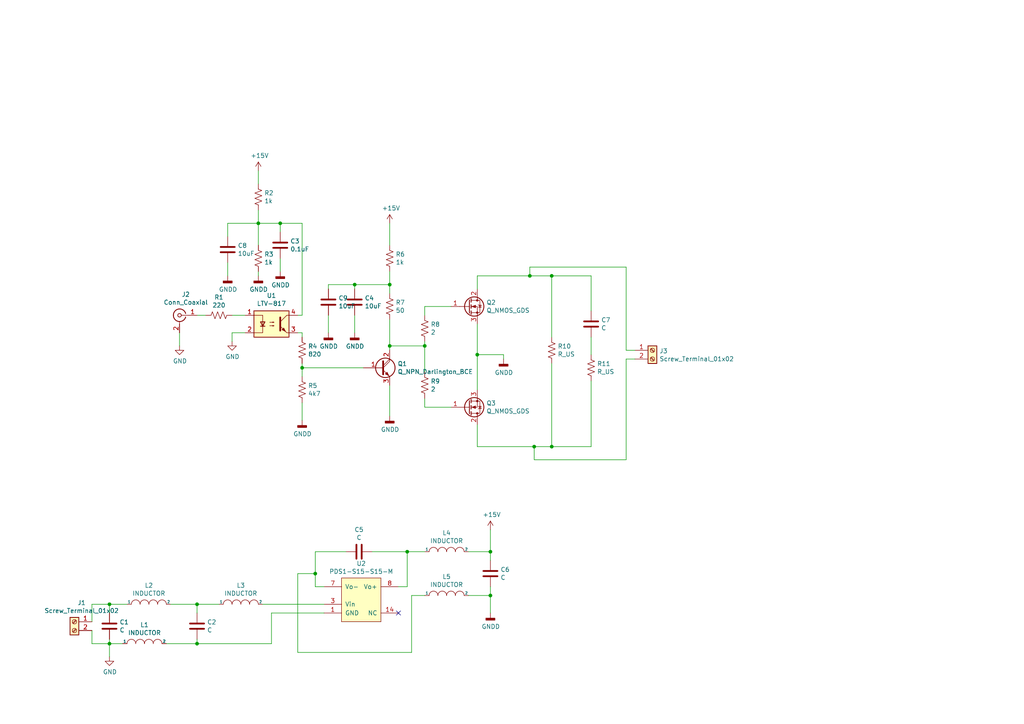
<source format=kicad_sch>
(kicad_sch (version 20231120) (generator "eeschema") (generator_version "8.0")
  (paper "A4")
  (lib_symbols
    (symbol "Coil_speedifier-rescue:+15V-power" (power) (pin_names (offset 0))
      (property "Value" "power_+15V" (at 0 3.556 0))
      (symbol "+15V-power_0_1"
        (polyline (pts (xy -0.762 1.27) (xy 0 2.54)))
        (polyline (pts (xy 0 0) (xy 0 2.54)))
        (polyline (pts (xy 0 2.54) (xy 0.762 1.27)))
      )
      (symbol "+15V-power_1_1"
        (pin power_in line (at 0 0 90) (length 0) hide (name "+15V") (number "1"))
      )
    )
    (symbol "Coil_speedifier-rescue:GND-power" (power) (pin_names (offset 0))
      (property "Value" "power_GND" (at 0 -3.81 0))
      (symbol "GND-power_0_1"
        (polyline (pts (xy 0 0) (xy 0 -1.27) (xy 1.27 -1.27) (xy 0 -2.54) (xy -1.27 -1.27) (xy 0 -1.27)))
      )
      (symbol "GND-power_1_1"
        (pin power_in line (at 0 0 270) (length 0) hide (name "GND") (number "1"))
      )
    )
    (symbol "Coil_speedifier-rescue:GNDD-power" (power) (pin_names (offset 0))
      (property "Value" "power_GNDD" (at 0 -3.175 0))
      (symbol "GNDD-power_0_1"
        (rectangle (start -1.27 -1.524) (end 1.27 -2.032) (stroke (width 0.254)) (fill (type outline)))
        (polyline (pts (xy 0 0) (xy 0 -1.524)))
      )
      (symbol "GNDD-power_1_1"
        (pin power_in line (at 0 0 270) (length 0) hide (name "GNDD") (number "1"))
      )
    )
    (symbol "Coil_speedifier-rescue:INDUCTOR-pspice" (pin_numbers hide) (pin_names (offset 0))
      (property "Reference" "L" (at 0 2.54 0))
      (property "Value" "pspice_INDUCTOR" (at 0 -1.27 0))
      (symbol "INDUCTOR-pspice_0_1"
        (arc (start -2.54 0) (mid -3.81 1.27) (end -5.08 0))
        (arc (start 0 0) (mid -1.27 1.27) (end -2.54 0))
        (arc (start 2.54 0) (mid 1.27 1.27) (end 0 0))
        (arc (start 5.08 0) (mid 3.81 1.27) (end 2.54 0))
      )
      (symbol "INDUCTOR-pspice_1_1"
        (pin input line (at -6.35 0 0) (length 1.27) (name "1") (number "1"))
        (pin input line (at 6.35 0 180) (length 1.27) (name "2") (number "2"))
      )
    )
    (symbol "Connector:Conn_Coaxial" (pin_names (offset 1.016) hide)
      (property "Reference" "J" (at 0.254 3.048 0))
      (property "Value" "Conn_Coaxial" (at 2.921 0 90))
      (symbol "Conn_Coaxial_0_1"
        (arc (start -1.778 -0.508) (mid 0.2311 -1.8066) (end 1.778 0) (stroke (width 0.254)))
        (polyline (pts (xy -2.54 0) (xy -0.508 0)))
        (polyline (pts (xy 0 -2.54) (xy 0 -1.778)))
        (circle (center 0 0) (radius 0.508) (stroke (width 0.2032)))
        (arc (start 1.778 0) (mid 0.2099 1.8101) (end -1.778 0.508) (stroke (width 0.254)))
      )
      (symbol "Conn_Coaxial_1_1"
        (pin passive line (at -5.08 0 0) (length 2.54) (name "In") (number "1"))
        (pin passive line (at 0 -5.08 90) (length 2.54) (name "Ext") (number "2"))
      )
    )
    (symbol "Connector:Screw_Terminal_01x02" (pin_names (offset 1.016) hide)
      (property "Reference" "J" (at 0 2.54 0))
      (property "Value" "Screw_Terminal_01x02" (at 0 -5.08 0))
      (symbol "Screw_Terminal_01x02_1_1"
        (rectangle (start -1.27 1.27) (end 1.27 -3.81) (stroke (width 0.254)) (fill (type background)))
        (circle (center 0 -2.54) (radius 0.635) (stroke (width 0.1524)))
        (polyline (pts (xy -0.5334 -2.2098) (xy 0.3302 -3.048)) (stroke (width 0.1524)))
        (polyline (pts (xy -0.5334 0.3302) (xy 0.3302 -0.508)) (stroke (width 0.1524)))
        (polyline (pts (xy -0.3556 -2.032) (xy 0.508 -2.8702)) (stroke (width 0.1524)))
        (polyline (pts (xy -0.3556 0.508) (xy 0.508 -0.3302)) (stroke (width 0.1524)))
        (circle (center 0 0) (radius 0.635) (stroke (width 0.1524)))
        (pin passive line (at -5.08 0 0) (length 3.81) (name "Pin_1") (number "1"))
        (pin passive line (at -5.08 -2.54 0) (length 3.81) (name "Pin_2") (number "2"))
      )
    )
    (symbol "Device:C" (pin_numbers hide) (pin_names (offset 0.254))
      (property "Reference" "C" (at 0.635 2.54 0))
      (property "Value" "C" (at 0.635 -2.54 0))
      (symbol "C_0_1"
        (polyline (pts (xy -2.032 -0.762) (xy 2.032 -0.762)) (stroke (width 0.508)))
        (polyline (pts (xy -2.032 0.762) (xy 2.032 0.762)) (stroke (width 0.508)))
      )
      (symbol "C_1_1"
        (pin passive line (at 0 3.81 270) (length 2.794) (name "~") (number "1"))
        (pin passive line (at 0 -3.81 90) (length 2.794) (name "~") (number "2"))
      )
    )
    (symbol "Device:Q_NMOS_GDS" (pin_names (offset 0) hide)
      (property "Reference" "Q" (at 5.08 1.27 0))
      (property "Value" "Q_NMOS_GDS" (at 5.08 -1.27 0))
      (symbol "Q_NMOS_GDS_0_1"
        (polyline (pts (xy 0.254 0) (xy -2.54 0)))
        (polyline (pts (xy 0.254 1.905) (xy 0.254 -1.905)) (stroke (width 0.254)))
        (polyline (pts (xy 0.762 -1.27) (xy 0.762 -2.286)) (stroke (width 0.254)))
        (polyline (pts (xy 0.762 0.508) (xy 0.762 -0.508)) (stroke (width 0.254)))
        (polyline (pts (xy 0.762 2.286) (xy 0.762 1.27)) (stroke (width 0.254)))
        (polyline (pts (xy 2.54 2.54) (xy 2.54 1.778)))
        (polyline (pts (xy 2.54 -2.54) (xy 2.54 0) (xy 0.762 0)))
        (polyline (pts (xy 0.762 -1.778) (xy 3.302 -1.778) (xy 3.302 1.778) (xy 0.762 1.778)))
        (polyline (pts (xy 1.016 0) (xy 2.032 0.381) (xy 2.032 -0.381) (xy 1.016 0)) (fill (type outline)))
        (polyline (pts (xy 2.794 0.508) (xy 2.921 0.381) (xy 3.683 0.381) (xy 3.81 0.254)))
        (polyline (pts (xy 3.302 0.381) (xy 2.921 -0.254) (xy 3.683 -0.254) (xy 3.302 0.381)))
        (circle (center 1.651 0) (radius 2.794) (stroke (width 0.254)))
        (circle (center 2.54 -1.778) (radius 0.254) (fill (type outline)))
        (circle (center 2.54 1.778) (radius 0.254) (fill (type outline)))
      )
      (symbol "Q_NMOS_GDS_1_1"
        (pin input line (at -5.08 0 0) (length 2.54) (name "G") (number "1"))
        (pin passive line (at 2.54 5.08 270) (length 2.54) (name "D") (number "2"))
        (pin passive line (at 2.54 -5.08 90) (length 2.54) (name "S") (number "3"))
      )
    )
    (symbol "Device:Q_NPN_Darlington_BCE" (pin_names (offset 0) hide)
      (property "Reference" "Q" (at 4.572 1.27 0))
      (property "Value" "Q_NPN_Darlington_BCE" (at 4.572 -1.27 0))
      (symbol "Q_NPN_Darlington_BCE_0_1"
        (polyline (pts (xy 0.635 0.635) (xy 2.54 2.54)))
        (polyline (pts (xy 0.635 -0.635) (xy 2.54 -2.54) (xy 2.54 -2.54)))
        (polyline (pts (xy 0.635 0) (xy 2.54 1.905) (xy 2.54 2.54)))
        (polyline (pts (xy 0.635 1.905) (xy 0.635 -1.905) (xy 0.635 -1.905)) (stroke (width 0.508)))
        (polyline (pts (xy 1.27 -1.778) (xy 1.778 -1.27) (xy 2.286 -2.286) (xy 1.27 -1.778) (xy 1.27 -1.778)) (fill (type outline)))
        (circle (center 1.27 0) (radius 2.8194) (stroke (width 0.254)))
      )
      (symbol "Q_NPN_Darlington_BCE_1_1"
        (pin input line (at -5.08 0 0) (length 5.715) (name "B") (number "1"))
        (pin passive line (at 2.54 5.08 270) (length 2.54) (name "C") (number "2"))
        (pin passive line (at 2.54 -5.08 90) (length 2.54) (name "E") (number "3"))
      )
    )
    (symbol "Device:R_US" (pin_numbers hide) (pin_names (offset 0))
      (property "Reference" "R" (at 2.54 0 90))
      (property "Value" "R_US" (at -2.54 0 90))
      (symbol "R_US_0_1"
        (polyline (pts (xy 0 -2.286) (xy 0 -2.54)))
        (polyline (pts (xy 0 2.286) (xy 0 2.54)))
        (polyline (pts (xy 0 -0.762) (xy 1.016 -1.143) (xy 0 -1.524) (xy -1.016 -1.905) (xy 0 -2.286)))
        (polyline (pts (xy 0 0.762) (xy 1.016 0.381) (xy 0 0) (xy -1.016 -0.381) (xy 0 -0.762)))
        (polyline (pts (xy 0 2.286) (xy 1.016 1.905) (xy 0 1.524) (xy -1.016 1.143) (xy 0 0.762)))
      )
      (symbol "R_US_1_1"
        (pin passive line (at 0 3.81 270) (length 1.27) (name "~") (number "1"))
        (pin passive line (at 0 -3.81 90) (length 1.27) (name "~") (number "2"))
      )
    )
    (symbol "Isolator:LTV-817" (pin_names (offset 1.016))
      (property "Reference" "U" (at -5.08 5.08 0))
      (property "Value" "LTV-817" (at 0 5.08 0))
      (symbol "LTV-817_0_1"
        (rectangle (start -5.08 3.81) (end 5.08 -3.81) (stroke (width 0.254)) (fill (type background)))
        (polyline (pts (xy -3.175 -0.635) (xy -1.905 -0.635)) (stroke (width 0.254)))
        (polyline (pts (xy 2.54 0.635) (xy 4.445 2.54)))
        (polyline (pts (xy 4.445 -2.54) (xy 2.54 -0.635)) (fill (type outline)))
        (polyline (pts (xy 4.445 -2.54) (xy 5.08 -2.54)))
        (polyline (pts (xy 4.445 2.54) (xy 5.08 2.54)))
        (polyline (pts (xy -5.08 2.54) (xy -2.54 2.54) (xy -2.54 -0.762)))
        (polyline (pts (xy -2.54 -0.635) (xy -2.54 -2.54) (xy -5.08 -2.54)))
        (polyline (pts (xy 2.54 1.905) (xy 2.54 -1.905) (xy 2.54 -1.905)) (stroke (width 0.508)))
        (polyline (pts (xy -2.54 -0.635) (xy -3.175 0.635) (xy -1.905 0.635) (xy -2.54 -0.635)) (stroke (width 0.254)))
        (polyline (pts (xy -0.508 -0.508) (xy 0.762 -0.508) (xy 0.381 -0.635) (xy 0.381 -0.381) (xy 0.762 -0.508)))
        (polyline (pts (xy -0.508 0.508) (xy 0.762 0.508) (xy 0.381 0.381) (xy 0.381 0.635) (xy 0.762 0.508)))
        (polyline (pts (xy 3.048 -1.651) (xy 3.556 -1.143) (xy 4.064 -2.159) (xy 3.048 -1.651) (xy 3.048 -1.651)) (fill (type outline)))
      )
      (symbol "LTV-817_1_1"
        (pin passive line (at -7.62 2.54 0) (length 2.54) (name "~") (number "1"))
        (pin passive line (at -7.62 -2.54 0) (length 2.54) (name "~") (number "2"))
        (pin passive line (at 7.62 -2.54 180) (length 2.54) (name "~") (number "3"))
        (pin passive line (at 7.62 2.54 180) (length 2.54) (name "~") (number "4"))
      )
    )
    (symbol "coil_speedifier:PDS1-S15-S15-M" (pin_names (offset 1.016))
      (property "Reference" "U" (at -1.27 13.97 0))
      (property "Value" "PDS1-S15-S15-M" (at 2.54 -1.27 0))
      (symbol "PDS1-S15-S15-M_0_1"
        (rectangle (start 0 12.7) (end 11.43 0) (fill (type background)))
      )
      (symbol "PDS1-S15-S15-M_1_1"
        (pin input line (at -5.08 10.16 0) (length 5.08) (name "GND") (number "1"))
        (pin input line (at 16.51 10.16 180) (length 5.08) (name "NC") (number "14"))
        (pin input line (at -5.08 7.62 0) (length 5.08) (name "Vin") (number "3"))
        (pin input line (at -5.08 2.54 0) (length 5.08) (name "Vo-") (number "7"))
        (pin input line (at 16.51 2.54 180) (length 5.08) (name "Vo+") (number "8"))
      )
    )
  )
  (junction (at 57.15 186.69))
  (junction (at 138.43 102.87))
  (junction (at 142.24 172.72))
  (junction (at 74.93 64.77))
  (junction (at 154.94 129.54))
  (junction (at 160.02 129.54))
  (junction (at 160.02 80.01))
  (junction (at 81.28 64.77))
  (junction (at 102.87 82.55))
  (junction (at 123.19 100.33))
  (junction (at 113.03 100.33))
  (junction (at 118.11 160.02))
  (junction (at 153.67 80.01))
  (junction (at 113.03 82.55))
  (junction (at 31.75 175.26))
  (junction (at 91.44 166.37))
  (junction (at 87.63 106.68))
  (junction (at 57.15 175.26))
  (junction (at 31.75 186.69))
  (junction (at 142.24 160.02))
  (no_connect (at 115.57 177.8))
  (wire (pts (xy 153.67 80.01) (xy 153.67 77.47)))
  (wire (pts (xy 142.24 172.72) (xy 142.24 177.8)))
  (wire (pts (xy 67.31 91.44) (xy 71.12 91.44)))
  (wire (pts (xy 26.67 186.69) (xy 31.75 186.69)))
  (wire (pts (xy 138.43 102.87) (xy 146.05 102.87)))
  (wire (pts (xy 113.03 82.55) (xy 102.87 82.55)))
  (wire (pts (xy 113.03 71.12) (xy 113.03 64.77)))
  (wire (pts (xy 86.36 189.23) (xy 119.38 189.23)))
  (wire (pts (xy 142.24 160.02) (xy 142.24 162.56)))
  (wire (pts (xy 138.43 80.01) (xy 153.67 80.01)))
  (wire (pts (xy 113.03 100.33) (xy 123.19 100.33)))
  (wire (pts (xy 74.93 64.77) (xy 74.93 60.96)))
  (wire (pts (xy 160.02 129.54) (xy 171.45 129.54)))
  (wire (pts (xy 118.11 170.18) (xy 115.57 170.18)))
  (wire (pts (xy 138.43 83.82) (xy 138.43 80.01)))
  (wire (pts (xy 81.28 64.77) (xy 87.63 64.77)))
  (wire (pts (xy 146.05 102.87) (xy 146.05 104.14)))
  (wire (pts (xy 107.95 160.02) (xy 118.11 160.02)))
  (wire (pts (xy 181.61 133.35) (xy 154.94 133.35)))
  (wire (pts (xy 86.36 96.52) (xy 87.63 96.52)))
  (wire (pts (xy 87.63 106.68) (xy 87.63 105.41)))
  (wire (pts (xy 93.98 175.26) (xy 76.2 175.26)))
  (wire (pts (xy 184.15 104.14) (xy 181.61 104.14)))
  (wire (pts (xy 93.98 170.18) (xy 91.44 170.18)))
  (wire (pts (xy 181.61 77.47) (xy 181.61 101.6)))
  (wire (pts (xy 102.87 82.55) (xy 95.25 82.55)))
  (wire (pts (xy 63.5 175.26) (xy 57.15 175.26)))
  (wire (pts (xy 66.04 80.01) (xy 66.04 76.2)))
  (wire (pts (xy 119.38 172.72) (xy 123.19 172.72)))
  (wire (pts (xy 160.02 80.01) (xy 171.45 80.01)))
  (wire (pts (xy 81.28 64.77) (xy 74.93 64.77)))
  (wire (pts (xy 123.19 88.9) (xy 130.81 88.9)))
  (wire (pts (xy 87.63 64.77) (xy 87.63 91.44)))
  (wire (pts (xy 57.15 175.26) (xy 57.15 177.8)))
  (wire (pts (xy 87.63 106.68) (xy 105.41 106.68)))
  (wire (pts (xy 113.03 111.76) (xy 113.03 120.65)))
  (wire (pts (xy 138.43 113.03) (xy 138.43 102.87)))
  (wire (pts (xy 123.19 160.02) (xy 118.11 160.02)))
  (wire (pts (xy 91.44 166.37) (xy 91.44 160.02)))
  (wire (pts (xy 48.26 186.69) (xy 57.15 186.69)))
  (wire (pts (xy 93.98 177.8) (xy 78.74 177.8)))
  (wire (pts (xy 135.89 160.02) (xy 142.24 160.02)))
  (wire (pts (xy 113.03 82.55) (xy 113.03 78.74)))
  (wire (pts (xy 119.38 189.23) (xy 119.38 172.72)))
  (wire (pts (xy 91.44 170.18) (xy 91.44 166.37)))
  (wire (pts (xy 123.19 91.44) (xy 123.19 88.9)))
  (wire (pts (xy 36.83 175.26) (xy 31.75 175.26)))
  (wire (pts (xy 118.11 160.02) (xy 118.11 170.18)))
  (wire (pts (xy 160.02 105.41) (xy 160.02 129.54)))
  (wire (pts (xy 26.67 182.88) (xy 26.67 186.69)))
  (wire (pts (xy 123.19 115.57) (xy 123.19 118.11)))
  (wire (pts (xy 142.24 153.67) (xy 142.24 160.02)))
  (wire (pts (xy 86.36 166.37) (xy 86.36 189.23)))
  (wire (pts (xy 57.15 175.26) (xy 49.53 175.26)))
  (wire (pts (xy 57.15 186.69) (xy 57.15 185.42)))
  (wire (pts (xy 123.19 118.11) (xy 130.81 118.11)))
  (wire (pts (xy 66.04 64.77) (xy 74.93 64.77)))
  (wire (pts (xy 26.67 175.26) (xy 26.67 180.34)))
  (wire (pts (xy 87.63 96.52) (xy 87.63 97.79)))
  (wire (pts (xy 181.61 101.6) (xy 184.15 101.6)))
  (wire (pts (xy 113.03 85.09) (xy 113.03 82.55)))
  (wire (pts (xy 31.75 185.42) (xy 31.75 186.69)))
  (wire (pts (xy 57.15 91.44) (xy 59.69 91.44)))
  (wire (pts (xy 81.28 78.74) (xy 81.28 74.93)))
  (wire (pts (xy 181.61 104.14) (xy 181.61 133.35)))
  (wire (pts (xy 91.44 160.02) (xy 100.33 160.02)))
  (wire (pts (xy 31.75 186.69) (xy 35.56 186.69)))
  (wire (pts (xy 160.02 97.79) (xy 160.02 80.01)))
  (wire (pts (xy 102.87 82.55) (xy 102.87 83.82)))
  (wire (pts (xy 66.04 68.58) (xy 66.04 64.77)))
  (wire (pts (xy 87.63 106.68) (xy 87.63 109.22)))
  (wire (pts (xy 95.25 82.55) (xy 95.25 83.82)))
  (wire (pts (xy 113.03 101.6) (xy 113.03 100.33)))
  (wire (pts (xy 142.24 172.72) (xy 142.24 170.18)))
  (wire (pts (xy 31.75 175.26) (xy 26.67 175.26)))
  (wire (pts (xy 67.31 96.52) (xy 67.31 99.06)))
  (wire (pts (xy 113.03 100.33) (xy 113.03 92.71)))
  (wire (pts (xy 154.94 129.54) (xy 160.02 129.54)))
  (wire (pts (xy 123.19 100.33) (xy 123.19 99.06)))
  (wire (pts (xy 138.43 129.54) (xy 154.94 129.54)))
  (wire (pts (xy 74.93 64.77) (xy 74.93 71.12)))
  (wire (pts (xy 153.67 77.47) (xy 181.61 77.47)))
  (wire (pts (xy 102.87 91.44) (xy 102.87 96.52)))
  (wire (pts (xy 78.74 177.8) (xy 78.74 186.69)))
  (wire (pts (xy 154.94 133.35) (xy 154.94 129.54)))
  (wire (pts (xy 138.43 123.19) (xy 138.43 129.54)))
  (wire (pts (xy 135.89 172.72) (xy 142.24 172.72)))
  (wire (pts (xy 171.45 129.54) (xy 171.45 110.49)))
  (wire (pts (xy 78.74 186.69) (xy 57.15 186.69)))
  (wire (pts (xy 87.63 116.84) (xy 87.63 121.92)))
  (wire (pts (xy 52.07 96.52) (xy 52.07 100.33)))
  (wire (pts (xy 71.12 96.52) (xy 67.31 96.52)))
  (wire (pts (xy 171.45 80.01) (xy 171.45 90.17)))
  (wire (pts (xy 91.44 166.37) (xy 86.36 166.37)))
  (wire (pts (xy 31.75 190.5) (xy 31.75 186.69)))
  (wire (pts (xy 123.19 107.95) (xy 123.19 100.33)))
  (wire (pts (xy 95.25 96.52) (xy 95.25 91.44)))
  (wire (pts (xy 31.75 175.26) (xy 31.75 177.8)))
  (wire (pts (xy 81.28 67.31) (xy 81.28 64.77)))
  (wire (pts (xy 138.43 102.87) (xy 138.43 93.98)))
  (wire (pts (xy 153.67 80.01) (xy 160.02 80.01)))
  (wire (pts (xy 74.93 53.34) (xy 74.93 49.53)))
  (wire (pts (xy 74.93 80.01) (xy 74.93 78.74)))
  (wire (pts (xy 171.45 102.87) (xy 171.45 97.79)))
  (wire (pts (xy 87.63 91.44) (xy 86.36 91.44)))
  (symbol (lib_id "Isolator:LTV-817") (at 78.74 93.98 0) (unit 1)
    (property "Reference" "U1" (at 78.74 85.725 0))
    (property "Value" "LTV-817" (at 78.74 88.0364 0))
    (property "Footprint" "Housings_DIP:DIP-4_W10.16mm_LongPads" (effects (hide yes)))
    (property "Datasheet" "http://www.us.liteon.com/downloads/LTV-817-827-847.PDF" (effects (hide yes)))
  )
  (symbol (lib_id "Device:R_US") (at 87.63 113.03 0) (unit 1)
    (property "Reference" "R5" (at 89.3572 111.8616 0) (effects (justify left)))
    (property "Value" "4k7" (at 89.3572 114.173 0) (effects (justify left)))
    (property "Footprint" "Resistors_SMD:R_0805" (effects (hide yes)))
  )
  (symbol (lib_id "Device:C") (at 66.04 72.39 0) (unit 1)
    (property "Reference" "C8" (at 68.961 71.2216 0) (effects (justify left)))
    (property "Value" "10uF" (at 68.961 73.533 0) (effects (justify left)))
    (property "Footprint" "Capacitors_SMD:C_1210" (effects (hide yes)))
  )
  (symbol (lib_id "coil_speedifier:PDS1-S15-S15-M") (at 99.06 167.64 0) (mirror x) (unit 1)
    (property "Reference" "U2" (at 104.775 163.449 0))
    (property "Value" "PDS1-S15-S15-M" (at 104.775 165.7604 0))
    (property "Footprint" "Converters_DCDC_ACDC:DCDC-Conv_muRata_NXE2SxxxxMC" (effects (hide yes)))
  )
  (symbol (lib_id "Coil_speedifier-rescue:+15V-power") (at 74.93 49.53 0) (unit 1)
    (property "Reference" "#PWR04" (effects (hide yes)))
    (property "Value" "+15V" (at 75.311 45.1358 0))
  )
  (symbol (lib_id "Coil_speedifier-rescue:GND-power") (at 67.31 99.06 0) (unit 1)
    (property "Reference" "#PWR03" (effects (hide yes)))
    (property "Value" "GND" (at 67.437 103.4542 0))
  )
  (symbol (lib_id "Coil_speedifier-rescue:GNDD-power") (at 87.63 121.92 0) (unit 1)
    (property "Reference" "#PWR07" (effects (hide yes)))
    (property "Value" "GNDD" (at 87.7316 125.857 0))
  )
  (symbol (lib_id "Connector:Conn_Coaxial") (at 52.07 91.44 0) (mirror y) (unit 1)
    (property "Reference" "J2" (at 53.8988 85.3948 0))
    (property "Value" "Conn_Coaxial" (at 53.8988 87.7062 0))
    (property "Footprint" "Connectors_TE-Connectivity:BNC_Socket_TYCO-AMP" (effects (hide yes)))
    (property "Datasheet" " ~" (effects (hide yes)))
  )
  (symbol (lib_id "Coil_speedifier-rescue:GNDD-power") (at 66.04 80.01 0) (unit 1)
    (property "Reference" "#PWR0101" (effects (hide yes)))
    (property "Value" "GNDD" (at 66.1416 83.947 0))
  )
  (symbol (lib_id "Device:C") (at 95.25 87.63 0) (unit 1)
    (property "Reference" "C9" (at 98.171 86.4616 0) (effects (justify left)))
    (property "Value" "10uF" (at 98.171 88.773 0) (effects (justify left)))
    (property "Footprint" "Capacitors_SMD:C_1210" (effects (hide yes)))
  )
  (symbol (lib_id "Coil_speedifier-rescue:GNDD-power") (at 113.03 120.65 0) (unit 1)
    (property "Reference" "#PWR010" (effects (hide yes)))
    (property "Value" "GNDD" (at 113.1316 124.587 0))
  )
  (symbol (lib_id "Device:R_US") (at 123.19 95.25 0) (unit 1)
    (property "Reference" "R8" (at 124.9172 94.0816 0) (effects (justify left)))
    (property "Value" "2" (at 124.9172 96.393 0) (effects (justify left)))
    (property "Footprint" "Resistors_SMD:R_0805" (effects (hide yes)))
  )
  (symbol (lib_id "Device:R_US") (at 123.19 111.76 0) (unit 1)
    (property "Reference" "R9" (at 124.9172 110.5916 0) (effects (justify left)))
    (property "Value" "2" (at 124.9172 112.903 0) (effects (justify left)))
    (property "Footprint" "Resistors_SMD:R_0805" (effects (hide yes)))
  )
  (symbol (lib_id "Coil_speedifier-rescue:GNDD-power") (at 95.25 96.52 0) (unit 1)
    (property "Reference" "#PWR0102" (effects (hide yes)))
    (property "Value" "GNDD" (at 95.3516 100.457 0))
  )
  (symbol (lib_id "Coil_speedifier-rescue:GNDD-power") (at 146.05 104.14 0) (unit 1)
    (property "Reference" "#PWR013" (effects (hide yes)))
    (property "Value" "GNDD" (at 146.1516 108.077 0))
  )
  (symbol (lib_id "Device:R_US") (at 160.02 101.6 0) (unit 1)
    (property "Reference" "R10" (at 161.7472 100.4316 0) (effects (justify left)))
    (property "Value" "R_US" (at 161.7472 102.743 0) (effects (justify left)))
    (property "Footprint" "Resistors_THT:R_Axial_DIN0617_L17.0mm_D6.0mm_P30.48mm_Horizontal" (effects (hide yes)))
  )
  (symbol (lib_id "Device:R_US") (at 171.45 106.68 0) (unit 1)
    (property "Reference" "R11" (at 173.1772 105.5116 0) (effects (justify left)))
    (property "Value" "R_US" (at 173.1772 107.823 0) (effects (justify left)))
    (property "Footprint" "Resistors_THT:R_Axial_DIN0207_L6.3mm_D2.5mm_P15.24mm_Horizontal" (effects (hide yes)))
  )
  (symbol (lib_id "Device:C") (at 171.45 93.98 0) (unit 1)
    (property "Reference" "C7" (at 174.371 92.8116 0) (effects (justify left)))
    (property "Value" "C" (at 174.371 95.123 0) (effects (justify left)))
    (property "Footprint" "Capacitors_THT:C_Disc_D7.5mm_W5.0mm_P10.00mm" (effects (hide yes)))
  )
  (symbol (lib_id "Connector:Screw_Terminal_01x02") (at 189.23 101.6 0) (unit 1)
    (property "Reference" "J3" (at 191.262 101.8032 0) (effects (justify left)))
    (property "Value" "Screw_Terminal_01x02" (at 191.262 104.1146 0) (effects (justify left)))
    (property "Footprint" "TerminalBlock:TerminalBlock_Altech_AK300-2_P5.00mm" (effects (hide yes)))
  )
  (symbol (lib_id "Device:R_US") (at 87.63 101.6 0) (unit 1)
    (property "Reference" "R4" (at 89.3572 100.4316 0) (effects (justify left)))
    (property "Value" "820" (at 89.3572 102.743 0) (effects (justify left)))
    (property "Footprint" "Resistors_SMD:R_0805" (effects (hide yes)))
  )
  (symbol (lib_id "Device:C") (at 81.28 71.12 0) (unit 1)
    (property "Reference" "C3" (at 84.201 69.9516 0) (effects (justify left)))
    (property "Value" "0.1uF" (at 84.201 72.263 0) (effects (justify left)))
    (property "Footprint" "Capacitors_SMD:C_0805" (effects (hide yes)))
  )
  (symbol (lib_id "Coil_speedifier-rescue:GNDD-power") (at 81.28 78.74 0) (unit 1)
    (property "Reference" "#PWR06" (effects (hide yes)))
    (property "Value" "GNDD" (at 81.3816 82.677 0))
  )
  (symbol (lib_id "Device:R_US") (at 74.93 74.93 0) (unit 1)
    (property "Reference" "R3" (at 76.6572 73.7616 0) (effects (justify left)))
    (property "Value" "1k" (at 76.6572 76.073 0) (effects (justify left)))
    (property "Footprint" "Resistors_SMD:R_1206" (effects (hide yes)))
  )
  (symbol (lib_id "Device:R_US") (at 74.93 57.15 0) (unit 1)
    (property "Reference" "R2" (at 76.6572 55.9816 0) (effects (justify left)))
    (property "Value" "1k" (at 76.6572 58.293 0) (effects (justify left)))
    (property "Footprint" "Resistors_SMD:R_1206" (effects (hide yes)))
  )
  (symbol (lib_id "Coil_speedifier-rescue:GNDD-power") (at 74.93 80.01 0) (unit 1)
    (property "Reference" "#PWR05" (effects (hide yes)))
    (property "Value" "GNDD" (at 75.0316 83.947 0))
  )
  (symbol (lib_id "Device:R_US") (at 63.5 91.44 270) (unit 1)
    (property "Reference" "R1" (at 63.5 86.233 90))
    (property "Value" "220" (at 63.5 88.5444 90))
    (property "Footprint" "Resistors_SMD:R_0805" (effects (hide yes)))
  )
  (symbol (lib_id "Coil_speedifier-rescue:GND-power") (at 52.07 100.33 0) (unit 1)
    (property "Reference" "#PWR02" (effects (hide yes)))
    (property "Value" "GND" (at 52.197 104.7242 0))
  )
  (symbol (lib_id "Device:R_US") (at 113.03 88.9 0) (unit 1)
    (property "Reference" "R7" (at 114.7572 87.7316 0) (effects (justify left)))
    (property "Value" "50" (at 114.7572 90.043 0) (effects (justify left)))
    (property "Footprint" "Resistors_SMD:R_1206" (effects (hide yes)))
  )
  (symbol (lib_id "Device:R_US") (at 113.03 74.93 0) (unit 1)
    (property "Reference" "R6" (at 114.7572 73.7616 0) (effects (justify left)))
    (property "Value" "1k" (at 114.7572 76.073 0) (effects (justify left)))
    (property "Footprint" "Resistors_SMD:R_0805" (effects (hide yes)))
  )
  (symbol (lib_id "Coil_speedifier-rescue:+15V-power") (at 113.03 64.77 0) (unit 1)
    (property "Reference" "#PWR09" (effects (hide yes)))
    (property "Value" "+15V" (at 113.411 60.3758 0))
  )
  (symbol (lib_id "Device:C") (at 102.87 87.63 0) (unit 1)
    (property "Reference" "C4" (at 105.791 86.4616 0) (effects (justify left)))
    (property "Value" "10uF" (at 105.791 88.773 0) (effects (justify left)))
    (property "Footprint" "Capacitors_SMD:C_1210" (effects (hide yes)))
  )
  (symbol (lib_id "Coil_speedifier-rescue:GNDD-power") (at 102.87 96.52 0) (unit 1)
    (property "Reference" "#PWR08" (effects (hide yes)))
    (property "Value" "GNDD" (at 102.9716 100.457 0))
  )
  (symbol (lib_id "Coil_speedifier-rescue:INDUCTOR-pspice") (at 69.85 175.26 0) (unit 1)
    (property "Reference" "L3" (at 69.85 169.799 0))
    (property "Value" "INDUCTOR" (at 69.85 172.1104 0))
    (property "Footprint" "Inductors_SMD:L_0805" (effects (hide yes)))
  )
  (symbol (lib_id "Device:C") (at 57.15 181.61 0) (unit 1)
    (property "Reference" "C2" (at 60.071 180.4416 0) (effects (justify left)))
    (property "Value" "C" (at 60.071 182.753 0) (effects (justify left)))
    (property "Footprint" "Capacitors_SMD:C_0805" (effects (hide yes)))
  )
  (symbol (lib_id "Coil_speedifier-rescue:GNDD-power") (at 142.24 177.8 0) (unit 1)
    (property "Reference" "#PWR012" (effects (hide yes)))
    (property "Value" "GNDD" (at 142.3416 181.737 0))
  )
  (symbol (lib_id "Coil_speedifier-rescue:INDUCTOR-pspice") (at 43.18 175.26 0) (unit 1)
    (property "Reference" "L2" (at 43.18 169.799 0))
    (property "Value" "INDUCTOR" (at 43.18 172.1104 0))
    (property "Footprint" "Inductors_SMD:L_0805" (effects (hide yes)))
  )
  (symbol (lib_id "Coil_speedifier-rescue:INDUCTOR-pspice") (at 41.91 186.69 0) (unit 1)
    (property "Reference" "L1" (at 41.91 181.229 0))
    (property "Value" "INDUCTOR" (at 41.91 183.5404 0))
    (property "Footprint" "Inductors_SMD:L_0805" (effects (hide yes)))
  )
  (symbol (lib_id "Coil_speedifier-rescue:GND-power") (at 31.75 190.5 0) (unit 1)
    (property "Reference" "#PWR01" (effects (hide yes)))
    (property "Value" "GND" (at 31.877 194.8942 0))
  )
  (symbol (lib_id "Device:C") (at 31.75 181.61 0) (unit 1)
    (property "Reference" "C1" (at 34.671 180.4416 0) (effects (justify left)))
    (property "Value" "C" (at 34.671 182.753 0) (effects (justify left)))
    (property "Footprint" "Capacitors_SMD:C_0805" (effects (hide yes)))
  )
  (symbol (lib_id "Connector:Screw_Terminal_01x02") (at 21.59 180.34 0) (mirror y) (unit 1)
    (property "Reference" "J1" (at 23.6728 174.8282 0))
    (property "Value" "Screw_Terminal_01x02" (at 23.6728 177.1396 0))
    (property "Footprint" "TerminalBlock_4UCON:TerminalBlock_4UCON_19963_02x3.5mm_Straight" (effects (hide yes)))
  )
  (symbol (lib_id "Device:C") (at 104.14 160.02 270) (unit 1)
    (property "Reference" "C5" (at 104.14 153.6192 90))
    (property "Value" "C" (at 104.14 155.9306 90))
    (property "Footprint" "Capacitors_SMD:C_0805" (effects (hide yes)))
  )
  (symbol (lib_id "Coil_speedifier-rescue:INDUCTOR-pspice") (at 129.54 172.72 0) (unit 1)
    (property "Reference" "L5" (at 129.54 167.259 0))
    (property "Value" "INDUCTOR" (at 129.54 169.5704 0))
    (property "Footprint" "Inductors_SMD:L_0805" (effects (hide yes)))
  )
  (symbol (lib_id "Coil_speedifier-rescue:INDUCTOR-pspice") (at 129.54 160.02 0) (unit 1)
    (property "Reference" "L4" (at 129.54 154.559 0))
    (property "Value" "INDUCTOR" (at 129.54 156.8704 0))
    (property "Footprint" "Inductors_SMD:L_0805" (effects (hide yes)))
  )
  (symbol (lib_id "Device:C") (at 142.24 166.37 180) (unit 1)
    (property "Reference" "C6" (at 145.161 165.2016 0) (effects (justify right)))
    (property "Value" "C" (at 145.161 167.513 0) (effects (justify right)))
    (property "Footprint" "Capacitors_SMD:C_0805" (effects (hide yes)))
  )
  (symbol (lib_id "Coil_speedifier-rescue:+15V-power") (at 142.24 153.67 0) (unit 1)
    (property "Reference" "#PWR011" (effects (hide yes)))
    (property "Value" "+15V" (at 142.621 149.2758 0))
  )
  (symbol (lib_id "Device:Q_NMOS_GDS") (at 135.89 88.9 0) (unit 1)
    (property "Reference" "Q2" (at 141.0716 87.7316 0) (effects (justify left)))
    (property "Value" "Q_NMOS_GDS" (at 141.0716 90.043 0) (effects (justify left)))
    (property "Footprint" "Coil_speedifier:STE250NS10" (effects (hide yes)))
  )
  (symbol (lib_id "Device:Q_NMOS_GDS") (at 135.89 118.11 0) (mirror x) (unit 1)
    (property "Reference" "Q3" (at 141.0716 116.9416 0) (effects (justify left)))
    (property "Value" "Q_NMOS_GDS" (at 141.0716 119.253 0) (effects (justify left)))
    (property "Footprint" "Coil_speedifier:STE250NS10" (effects (hide yes)))
  )
  (symbol (lib_id "Device:Q_NPN_Darlington_BCE") (at 110.49 106.68 0) (unit 1)
    (property "Reference" "Q1" (at 115.316 105.5116 0) (effects (justify left)))
    (property "Value" "Q_NPN_Darlington_BCE" (at 115.316 107.823 0) (effects (justify left)))
    (property "Footprint" "TO_SOT_Packages_THT:TO-220-3_Vertical" (effects (hide yes)))
  )
)
</source>
